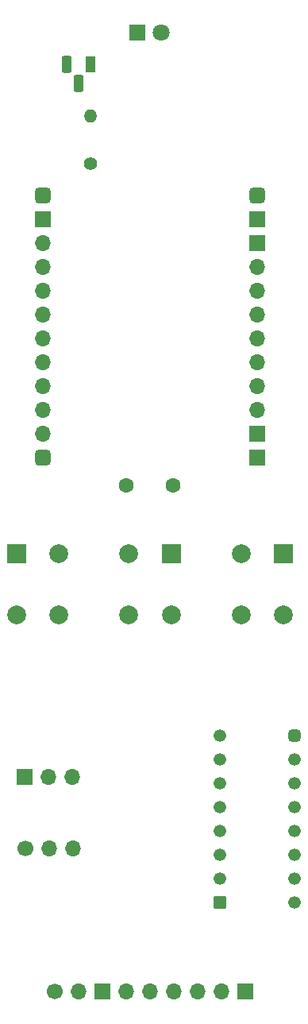
<source format=gbr>
%TF.GenerationSoftware,KiCad,Pcbnew,7.0.6-0*%
%TF.CreationDate,2023-12-10T07:55:44-08:00*%
%TF.ProjectId,s3,73332e6b-6963-4616-945f-706362585858,rev?*%
%TF.SameCoordinates,Original*%
%TF.FileFunction,Soldermask,Top*%
%TF.FilePolarity,Negative*%
%FSLAX46Y46*%
G04 Gerber Fmt 4.6, Leading zero omitted, Abs format (unit mm)*
G04 Created by KiCad (PCBNEW 7.0.6-0) date 2023-12-10 07:55:44*
%MOMM*%
%LPD*%
G01*
G04 APERTURE LIST*
G04 Aperture macros list*
%AMRoundRect*
0 Rectangle with rounded corners*
0 $1 Rounding radius*
0 $2 $3 $4 $5 $6 $7 $8 $9 X,Y pos of 4 corners*
0 Add a 4 corners polygon primitive as box body*
4,1,4,$2,$3,$4,$5,$6,$7,$8,$9,$2,$3,0*
0 Add four circle primitives for the rounded corners*
1,1,$1+$1,$2,$3*
1,1,$1+$1,$4,$5*
1,1,$1+$1,$6,$7*
1,1,$1+$1,$8,$9*
0 Add four rect primitives between the rounded corners*
20,1,$1+$1,$2,$3,$4,$5,0*
20,1,$1+$1,$4,$5,$6,$7,0*
20,1,$1+$1,$6,$7,$8,$9,0*
20,1,$1+$1,$8,$9,$2,$3,0*%
G04 Aperture macros list end*
%ADD10C,1.400000*%
%ADD11O,1.400000X1.400000*%
%ADD12C,1.700000*%
%ADD13O,1.700000X1.700000*%
%ADD14R,1.700000X1.700000*%
%ADD15C,2.000000*%
%ADD16R,2.000000X2.000000*%
%ADD17R,1.100000X1.800000*%
%ADD18RoundRect,0.275000X0.275000X0.625000X-0.275000X0.625000X-0.275000X-0.625000X0.275000X-0.625000X0*%
%ADD19RoundRect,0.384500X-0.282500X-0.282500X0.282500X-0.282500X0.282500X0.282500X-0.282500X0.282500X0*%
%ADD20C,1.334000*%
%ADD21RoundRect,0.102000X-0.565000X-0.565000X0.565000X-0.565000X0.565000X0.565000X-0.565000X0.565000X0*%
%ADD22C,1.600000*%
%ADD23R,1.800000X1.800000*%
%ADD24C,1.800000*%
%ADD25RoundRect,0.425000X-0.425000X-0.425000X0.425000X-0.425000X0.425000X0.425000X-0.425000X0.425000X0*%
G04 APERTURE END LIST*
D10*
%TO.C,470ohm*%
X203835000Y-62230000D03*
D11*
X203835000Y-57150000D03*
%TD*%
D12*
%TO.C,INMP441 2*%
X196917000Y-135225000D03*
D13*
X199457000Y-135225000D03*
X201997000Y-135225000D03*
%TD*%
D14*
%TO.C,ANO Rotary*%
X205105000Y-150495000D03*
X220345000Y-150495000D03*
D12*
X200025000Y-150495000D03*
D13*
X202565000Y-150495000D03*
X207645000Y-150495000D03*
X210185000Y-150495000D03*
X212725000Y-150495000D03*
X215265000Y-150495000D03*
X217805000Y-150495000D03*
%TD*%
D15*
%TO.C,SW6*%
X195986020Y-110335004D03*
D16*
X195986020Y-103835004D03*
D15*
X200486020Y-110335004D03*
X200486020Y-103835004D03*
%TD*%
D17*
%TO.C,NPN*%
X203835000Y-51670000D03*
D18*
X202565000Y-53740000D03*
X201295000Y-51670000D03*
%TD*%
D19*
%TO.C,PCF8574N*%
X225585000Y-123190000D03*
D20*
X217645000Y-123190000D03*
X217645000Y-125730000D03*
X217645000Y-128270000D03*
D21*
X217645000Y-140970000D03*
D20*
X225585000Y-130810000D03*
X217645000Y-130810000D03*
X217645000Y-133350000D03*
X217645000Y-135890000D03*
X217645000Y-138430000D03*
X225585000Y-140970000D03*
X225585000Y-138430000D03*
X225585000Y-135890000D03*
X225585000Y-133350000D03*
X225585000Y-128270000D03*
X225585000Y-125730000D03*
%TD*%
D15*
%TO.C,SW8*%
X219954436Y-110336007D03*
X219954436Y-103836007D03*
X224454436Y-110336007D03*
D16*
X224454436Y-103836007D03*
%TD*%
D22*
%TO.C,Cap*%
X207645000Y-96520000D03*
X212645000Y-96520000D03*
%TD*%
D23*
%TO.C,5MM IR*%
X208843066Y-48260000D03*
D24*
X211383066Y-48260000D03*
%TD*%
D15*
%TO.C,SW7*%
X207954436Y-110335525D03*
X207954436Y-103835525D03*
X212454436Y-110335525D03*
D16*
X212454436Y-103835525D03*
%TD*%
D13*
%TO.C,TDisplayS3*%
X198765756Y-70736891D03*
X198765756Y-73276891D03*
X198765756Y-75816891D03*
D25*
X198765756Y-65656891D03*
D13*
X198765756Y-78356891D03*
X198765756Y-80896891D03*
X198765756Y-83436891D03*
X198765756Y-85976891D03*
X198765756Y-88516891D03*
X198765756Y-91056891D03*
D25*
X198765756Y-93596891D03*
D14*
X198765756Y-68196891D03*
%TD*%
D25*
%TO.C,REF\u002A\u002A*%
X221625756Y-65657409D03*
D14*
X221625756Y-68197409D03*
X221625756Y-70737409D03*
D13*
X221625756Y-73277409D03*
X221625756Y-75817409D03*
X221625756Y-78357409D03*
X221625756Y-80897409D03*
X221625756Y-83437409D03*
X221625756Y-85977409D03*
X221625756Y-88517409D03*
D14*
X221625756Y-91057409D03*
X221625756Y-93597409D03*
%TD*%
%TO.C,INMP441*%
X196850000Y-127635000D03*
D13*
X199390000Y-127635000D03*
X201930000Y-127635000D03*
%TD*%
M02*

</source>
